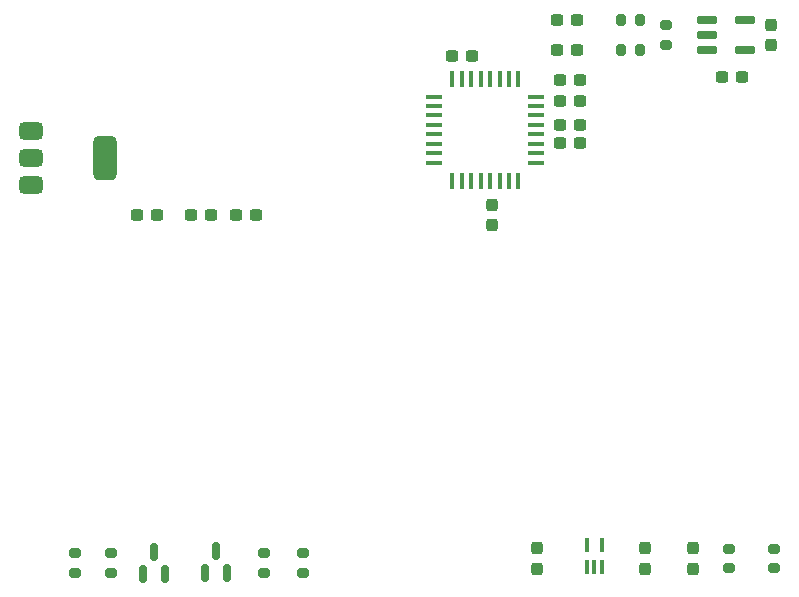
<source format=gbr>
%TF.GenerationSoftware,KiCad,Pcbnew,8.0.1*%
%TF.CreationDate,2024-06-11T21:54:47-04:00*%
%TF.ProjectId,adc_fpga,6164635f-6670-4676-912e-6b696361645f,rev?*%
%TF.SameCoordinates,Original*%
%TF.FileFunction,Paste,Top*%
%TF.FilePolarity,Positive*%
%FSLAX46Y46*%
G04 Gerber Fmt 4.6, Leading zero omitted, Abs format (unit mm)*
G04 Created by KiCad (PCBNEW 8.0.1) date 2024-06-11 21:54:47*
%MOMM*%
%LPD*%
G01*
G04 APERTURE LIST*
G04 Aperture macros list*
%AMRoundRect*
0 Rectangle with rounded corners*
0 $1 Rounding radius*
0 $2 $3 $4 $5 $6 $7 $8 $9 X,Y pos of 4 corners*
0 Add a 4 corners polygon primitive as box body*
4,1,4,$2,$3,$4,$5,$6,$7,$8,$9,$2,$3,0*
0 Add four circle primitives for the rounded corners*
1,1,$1+$1,$2,$3*
1,1,$1+$1,$4,$5*
1,1,$1+$1,$6,$7*
1,1,$1+$1,$8,$9*
0 Add four rect primitives between the rounded corners*
20,1,$1+$1,$2,$3,$4,$5,0*
20,1,$1+$1,$4,$5,$6,$7,0*
20,1,$1+$1,$6,$7,$8,$9,0*
20,1,$1+$1,$8,$9,$2,$3,0*%
G04 Aperture macros list end*
%ADD10RoundRect,0.237500X-0.237500X0.300000X-0.237500X-0.300000X0.237500X-0.300000X0.237500X0.300000X0*%
%ADD11RoundRect,0.237500X0.237500X-0.300000X0.237500X0.300000X-0.237500X0.300000X-0.237500X-0.300000X0*%
%ADD12RoundRect,0.237500X-0.300000X-0.237500X0.300000X-0.237500X0.300000X0.237500X-0.300000X0.237500X0*%
%ADD13RoundRect,0.237500X0.300000X0.237500X-0.300000X0.237500X-0.300000X-0.237500X0.300000X-0.237500X0*%
%ADD14RoundRect,0.200000X-0.275000X0.200000X-0.275000X-0.200000X0.275000X-0.200000X0.275000X0.200000X0*%
%ADD15RoundRect,0.375000X-0.625000X-0.375000X0.625000X-0.375000X0.625000X0.375000X-0.625000X0.375000X0*%
%ADD16RoundRect,0.500000X-0.500000X-1.400000X0.500000X-1.400000X0.500000X1.400000X-0.500000X1.400000X0*%
%ADD17RoundRect,0.200000X-0.200000X-0.275000X0.200000X-0.275000X0.200000X0.275000X-0.200000X0.275000X0*%
%ADD18RoundRect,0.200000X0.275000X-0.200000X0.275000X0.200000X-0.275000X0.200000X-0.275000X-0.200000X0*%
%ADD19RoundRect,0.150000X0.150000X-0.587500X0.150000X0.587500X-0.150000X0.587500X-0.150000X-0.587500X0*%
%ADD20RoundRect,0.190000X0.635000X0.190000X-0.635000X0.190000X-0.635000X-0.190000X0.635000X-0.190000X0*%
%ADD21RoundRect,0.040000X0.160000X-0.555000X0.160000X0.555000X-0.160000X0.555000X-0.160000X-0.555000X0*%
%ADD22R,0.330200X1.473200*%
%ADD23R,1.473200X0.330200*%
G04 APERTURE END LIST*
D10*
%TO.C,C11*%
X143510000Y-84735500D03*
X143510000Y-86460500D03*
%TD*%
D11*
%TO.C,C17*%
X136906000Y-130806500D03*
X136906000Y-129081500D03*
%TD*%
D12*
%TO.C,C9*%
X139345500Y-89154000D03*
X141070500Y-89154000D03*
%TD*%
D13*
%TO.C,C7*%
X127354500Y-93218000D03*
X125629500Y-93218000D03*
%TD*%
D14*
%TO.C,R3*%
X139954000Y-129119000D03*
X139954000Y-130769000D03*
%TD*%
D12*
%TO.C,C14*%
X94387500Y-100838000D03*
X96112500Y-100838000D03*
%TD*%
%TO.C,C1*%
X89815500Y-100838000D03*
X91540500Y-100838000D03*
%TD*%
D15*
%TO.C,U4*%
X80822000Y-93712000D03*
X80822000Y-96012000D03*
D16*
X87122000Y-96012000D03*
D15*
X80822000Y-98312000D03*
%TD*%
D12*
%TO.C,C2*%
X116485500Y-87376000D03*
X118210500Y-87376000D03*
%TD*%
D13*
%TO.C,C5*%
X127354500Y-91186000D03*
X125629500Y-91186000D03*
%TD*%
%TO.C,C6*%
X127354500Y-89408000D03*
X125629500Y-89408000D03*
%TD*%
D17*
%TO.C,R4*%
X130747000Y-84328000D03*
X132397000Y-84328000D03*
%TD*%
D10*
%TO.C,C13*%
X119888000Y-99975500D03*
X119888000Y-101700500D03*
%TD*%
D18*
%TO.C,R6*%
X84582000Y-131127000D03*
X84582000Y-129477000D03*
%TD*%
D17*
%TO.C,R1*%
X130747000Y-86868000D03*
X132397000Y-86868000D03*
%TD*%
D12*
%TO.C,C20*%
X98197500Y-100838000D03*
X99922500Y-100838000D03*
%TD*%
D18*
%TO.C,R7*%
X100584000Y-131127000D03*
X100584000Y-129477000D03*
%TD*%
%TO.C,R8*%
X103886000Y-131127000D03*
X103886000Y-129477000D03*
%TD*%
D13*
%TO.C,C3*%
X127354500Y-94742000D03*
X125629500Y-94742000D03*
%TD*%
D19*
%TO.C,Q1*%
X90302000Y-131258000D03*
X92202000Y-131258000D03*
X91252000Y-129383000D03*
%TD*%
D18*
%TO.C,R5*%
X134620000Y-86423000D03*
X134620000Y-84773000D03*
%TD*%
D13*
%TO.C,C12*%
X127100500Y-86868000D03*
X125375500Y-86868000D03*
%TD*%
D19*
%TO.C,Q2*%
X95570000Y-131161000D03*
X97470000Y-131161000D03*
X96520000Y-129286000D03*
%TD*%
D20*
%TO.C,T1*%
X138110000Y-86871000D03*
X138110000Y-85601000D03*
X138110000Y-84331000D03*
X141290000Y-84331000D03*
X141290000Y-86871000D03*
%TD*%
D11*
%TO.C,C18*%
X132842000Y-130806500D03*
X132842000Y-129081500D03*
%TD*%
D21*
%TO.C,U1*%
X127874000Y-130698000D03*
X128524000Y-130698000D03*
X129174000Y-130698000D03*
X129174000Y-128778000D03*
X127874000Y-128778000D03*
%TD*%
D10*
%TO.C,C16*%
X123698000Y-129081500D03*
X123698000Y-130806500D03*
%TD*%
D18*
%TO.C,R5*%
X87630000Y-131127000D03*
X87630000Y-129477000D03*
%TD*%
D12*
%TO.C,C10*%
X125375500Y-84328000D03*
X127100500Y-84328000D03*
%TD*%
D22*
%TO.C,U3*%
X122103799Y-89306400D03*
X121303801Y-89306400D03*
X120503800Y-89306400D03*
X119703799Y-89306400D03*
X118903801Y-89306400D03*
X118103800Y-89306400D03*
X117303801Y-89306400D03*
X116503801Y-89306400D03*
D23*
X114985800Y-90824401D03*
X114985800Y-91624399D03*
X114985800Y-92424400D03*
X114985800Y-93224401D03*
X114985800Y-94024399D03*
X114985800Y-94824400D03*
X114985800Y-95624399D03*
X114985800Y-96424399D03*
D22*
X116503801Y-97942400D03*
X117303799Y-97942400D03*
X118103800Y-97942400D03*
X118903801Y-97942400D03*
X119703799Y-97942400D03*
X120503800Y-97942400D03*
X121303799Y-97942400D03*
X122103799Y-97942400D03*
D23*
X123621800Y-96424399D03*
X123621800Y-95624401D03*
X123621800Y-94824400D03*
X123621800Y-94024399D03*
X123621800Y-93224401D03*
X123621800Y-92424400D03*
X123621800Y-91624401D03*
X123621800Y-90824401D03*
%TD*%
D14*
%TO.C,R2*%
X143764000Y-129119000D03*
X143764000Y-130769000D03*
%TD*%
M02*

</source>
